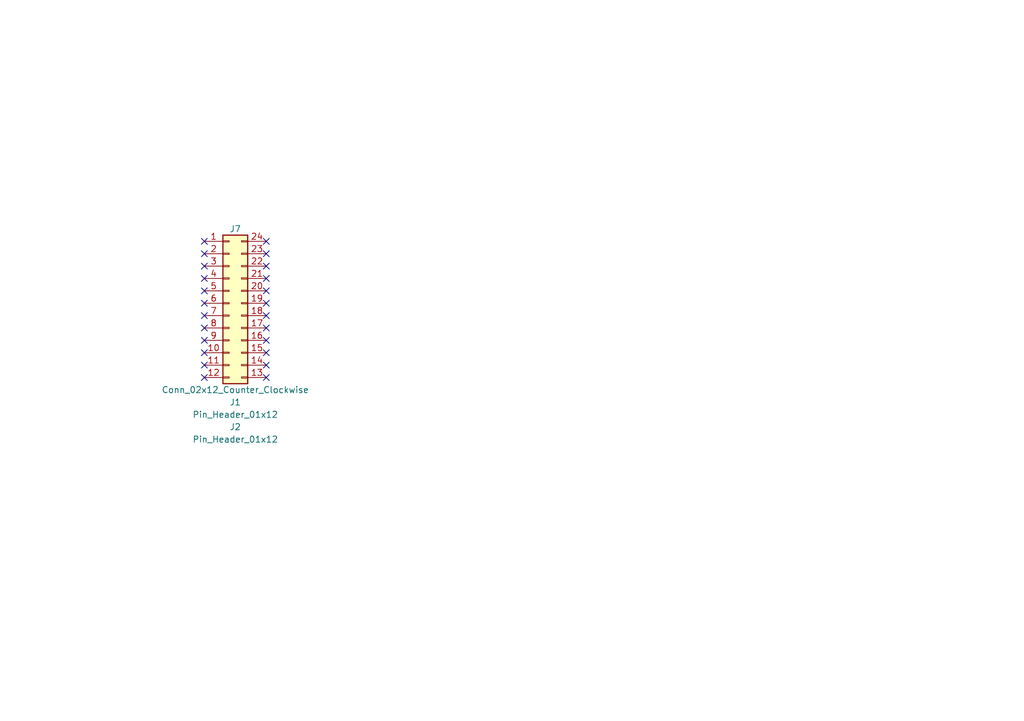
<source format=kicad_sch>
(kicad_sch (version 20250114) (generator "eeschema") (generator_version "9.0")
  (paper "A5")
  (title_block (title "Board 2x12 W22.86") (date "2025-09-29") (rev "V0"))
  (lib_symbols
    (symbol "Connector_Generic:Conn_02x12_Counter_Clockwise" (pin_names (offset 1.016) (hide yes))
      (property "Reference" "J" (at 1.27 15.24 0))
      (property "Value" "Conn_02x12_Counter_Clockwise" (at 1.27 -17.78 0))
      (symbol "Conn_02x12_Counter_Clockwise_1_1"
        (rectangle (start -1.27 13.97) (end 3.81 -16.51) (stroke (width 0.254)) (fill (type background)))
        (rectangle (start -1.27 12.827) (end 0 12.573) (stroke (width 0.1524)))
        (rectangle (start -1.27 10.287) (end 0 10.033) (stroke (width 0.1524)))
        (rectangle (start -1.27 7.747) (end 0 7.493) (stroke (width 0.1524)))
        (rectangle (start -1.27 5.207) (end 0 4.953) (stroke (width 0.1524)))
        (rectangle (start -1.27 2.667) (end 0 2.413) (stroke (width 0.1524)))
        (rectangle (start -1.27 0.127) (end 0 -0.127) (stroke (width 0.1524)))
        (rectangle (start -1.27 -2.413) (end 0 -2.667) (stroke (width 0.1524)))
        (rectangle (start -1.27 -4.953) (end 0 -5.207) (stroke (width 0.1524)))
        (rectangle (start -1.27 -7.493) (end 0 -7.747) (stroke (width 0.1524)))
        (rectangle (start -1.27 -10.033) (end 0 -10.287) (stroke (width 0.1524)))
        (rectangle (start -1.27 -12.573) (end 0 -12.827) (stroke (width 0.1524)))
        (rectangle (start -1.27 -15.113) (end 0 -15.367) (stroke (width 0.1524)))
        (rectangle (start 3.81 12.827) (end 2.54 12.573) (stroke (width 0.1524)))
        (rectangle (start 3.81 10.287) (end 2.54 10.033) (stroke (width 0.1524)))
        (rectangle (start 3.81 7.747) (end 2.54 7.493) (stroke (width 0.1524)))
        (rectangle (start 3.81 5.207) (end 2.54 4.953) (stroke (width 0.1524)))
        (rectangle (start 3.81 2.667) (end 2.54 2.413) (stroke (width 0.1524)))
        (rectangle (start 3.81 0.127) (end 2.54 -0.127) (stroke (width 0.1524)))
        (rectangle (start 3.81 -2.413) (end 2.54 -2.667) (stroke (width 0.1524)))
        (rectangle (start 3.81 -4.953) (end 2.54 -5.207) (stroke (width 0.1524)))
        (rectangle (start 3.81 -7.493) (end 2.54 -7.747) (stroke (width 0.1524)))
        (rectangle (start 3.81 -10.033) (end 2.54 -10.287) (stroke (width 0.1524)))
        (rectangle (start 3.81 -12.573) (end 2.54 -12.827) (stroke (width 0.1524)))
        (rectangle (start 3.81 -15.113) (end 2.54 -15.367) (stroke (width 0.1524)))
        (pin passive line (at -5.08 12.7 0) (length 3.81) (name "Pin_1") (number "1"))
        (pin passive line (at -5.08 10.16 0) (length 3.81) (name "Pin_2") (number "2"))
        (pin passive line (at -5.08 7.62 0) (length 3.81) (name "Pin_3") (number "3"))
        (pin passive line (at -5.08 5.08 0) (length 3.81) (name "Pin_4") (number "4"))
        (pin passive line (at -5.08 2.54 0) (length 3.81) (name "Pin_5") (number "5"))
        (pin passive line (at -5.08 0 0) (length 3.81) (name "Pin_6") (number "6"))
        (pin passive line (at -5.08 -2.54 0) (length 3.81) (name "Pin_7") (number "7"))
        (pin passive line (at -5.08 -5.08 0) (length 3.81) (name "Pin_8") (number "8"))
        (pin passive line (at -5.08 -7.62 0) (length 3.81) (name "Pin_9") (number "9"))
        (pin passive line (at -5.08 -10.16 0) (length 3.81) (name "Pin_10") (number "10"))
        (pin passive line (at -5.08 -12.7 0) (length 3.81) (name "Pin_11") (number "11"))
        (pin passive line (at -5.08 -15.24 0) (length 3.81) (name "Pin_12") (number "12"))
        (pin passive line (at 7.62 12.7 180) (length 3.81) (name "Pin_24") (number "24"))
        (pin passive line (at 7.62 10.16 180) (length 3.81) (name "Pin_23") (number "23"))
        (pin passive line (at 7.62 7.62 180) (length 3.81) (name "Pin_22") (number "22"))
        (pin passive line (at 7.62 5.08 180) (length 3.81) (name "Pin_21") (number "21"))
        (pin passive line (at 7.62 2.54 180) (length 3.81) (name "Pin_20") (number "20"))
        (pin passive line (at 7.62 0 180) (length 3.81) (name "Pin_19") (number "19"))
        (pin passive line (at 7.62 -2.54 180) (length 3.81) (name "Pin_18") (number "18"))
        (pin passive line (at 7.62 -5.08 180) (length 3.81) (name "Pin_17") (number "17"))
        (pin passive line (at 7.62 -7.62 180) (length 3.81) (name "Pin_16") (number "16"))
        (pin passive line (at 7.62 -10.16 180) (length 3.81) (name "Pin_15") (number "15"))
        (pin passive line (at 7.62 -12.7 180) (length 3.81) (name "Pin_14") (number "14"))
        (pin passive line (at 7.62 -15.24 180) (length 3.81) (name "Pin_13") (number "13"))
      )
    )
    (symbol "HCP65:Pin_Header_01x12" (pin_names (offset 1.016) (hide yes))
      (property "Reference" "J" (at 0 1.27 0))
      (property "Value" "Pin_Header_01x12" (at 0 -1.27 0))
    )
  )
  (no_connect (at 41.91 64.77))
  (no_connect (at 54.61 74.93))
  (no_connect (at 54.61 77.47))
  (no_connect (at 41.91 67.31))
  (no_connect (at 54.61 54.61))
  (no_connect (at 54.61 49.53))
  (no_connect (at 54.61 52.07))
  (no_connect (at 54.61 59.69))
  (no_connect (at 41.91 54.61))
  (no_connect (at 41.91 72.39))
  (no_connect (at 41.91 52.07))
  (no_connect (at 54.61 57.15))
  (no_connect (at 54.61 69.85))
  (no_connect (at 41.91 69.85))
  (no_connect (at 41.91 74.93))
  (no_connect (at 41.91 57.15))
  (no_connect (at 54.61 64.77))
  (no_connect (at 54.61 67.31))
  (no_connect (at 41.91 59.69))
  (no_connect (at 54.61 62.23))
  (no_connect (at 41.91 77.47))
  (no_connect (at 41.91 62.23))
  (no_connect (at 41.91 49.53))
  (no_connect (at 54.61 72.39))
  (symbol (lib_id "Connector_Generic:Conn_02x12_Counter_Clockwise") (at 46.99 62.23 0) (unit 1)
    (property "Reference" "J7" (at 48.26 46.99 0))
    (property "Value" "Conn_02x12_Counter_Clockwise" (at 48.26 80.01 0))
    (property "Description" "Generic connector, double row, 02x12, counter clockwise pin numbering scheme (similar to DIP package numbering), script generated (kicad-library-utils/schlib/autogen/connector/)" (effects (hide yes)))
  )
  (symbol (lib_id "HCP65:Pin_Header_01x12") (at 48.26 83.82 0) (mirror y) (unit 1)
    (property "Reference" "J1" (at 48.26 82.55 0))
    (property "Value" "Pin_Header_01x12" (at 48.26 85.09 0))
    (property "Footprint" "SamacSys_Parts:PinHeader_1x12_P2.54mm_Vertical" (effects (hide yes)))
  )
  (symbol (lib_id "HCP65:Pin_Header_01x12") (at 48.26 88.9 0) (unit 1)
    (property "Reference" "J2" (at 48.26 87.63 0))
    (property "Value" "Pin_Header_01x12" (at 48.26 90.17 0))
    (property "Footprint" "SamacSys_Parts:PinHeader_1x12_P2.54mm_Vertical" (effects (hide yes)))
  )
)
</source>
